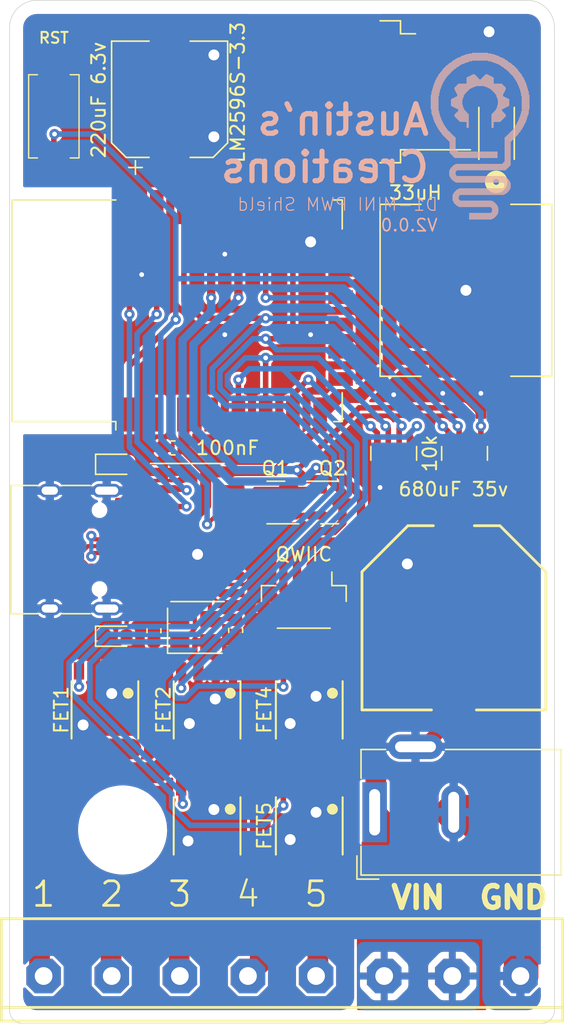
<source format=kicad_pcb>
(kicad_pcb (version 20211014) (generator pcbnew)
  (layers (0 "F.Cu" signal) (31 "B.Cu" signal) (34 "B.Paste" user) (35 "F.Paste" user) (36 "B.SilkS" user "B.Silkscreen") (37 "F.SilkS" user "F.Silkscreen") (38 "B.Mask" user) (39 "F.Mask" user) (44 "Edge.Cuts" user))
  (net 0 "")
  (net 1 "GND")
  (net 2 "SCL")
  (net 3 "SDA")
  (net 4 "VCC")
  (net 5 "1")
  (net 6 "FET1")
  (net 7 "FET2")
  (net 8 "FET3")
  (net 9 "FET4")
  (net 10 "FET5")
  (net 11 "2")
  (net 12 "3")
  (net 13 "4")
  (net 14 "5")
  (net 15 "VDD")
  (net 16 "Net-(D3-Pad1)")
  (net 17 "Net-(B1-Pad2)")
  (net 18 "Net-(C2-Pad1)")
  (net 19 "Net-(C3-Pad1)")
  (net 20 "Net-(J1-PadA6)")
  (net 23 "Net-(J1-PadA7)")
  (net 26 "Net-(Q1-Pad1)")
  (net 27 "Net-(Q1-Pad2)")
  (net 28 "Net-(RN1-Pad3)")
  (net 29 "Net-(U2-Pad2)")
  (net 30 "Net-(U2-Pad3)")
  (net 44 "Net-(J1-PadA4)")
  (footprint "Diode_SMD:D_0603_1608Metric" (layer "F.Cu") (at 35.8 76.6)
    (fp_text reference "D2" hide)
    (fp_text value "PGB1010603NR" hide)
  )
  (footprint "Package_TO_SOT_SMD:SOT-23" (layer "F.Cu") (at 47.55 66.8 180)
    (fp_text reference "Q1")
    (fp_text value "MMBT3904" hide)
  )
  (footprint "Austins creations:button" (layer "F.Cu") (at 31.25 38.5 -90)
    (fp_text reference "B1" hide)
    (fp_text value "button" hide)
  )
  (footprint "Package_TO_SOT_SMD:SOT-23" (layer "F.Cu") (at 51.5 66.8)
    (fp_text reference "Q2")
    (fp_text value "MMBT3904" hide)
  )
  (footprint "Austins creations:FET SM4838" (layer "F.Cu") (at 50 82 180)
    (fp_text reference "FET4")
    (fp_text value "FET_SM4838" hide)
  )
  (footprint "Package_TO_SOT_SMD:TO-263-5_TabPin3" (layer "F.Cu") (at 53.75 36.7 180)
    (fp_text reference "U1" hide)
    (fp_text value "LM2596S-3.3")
  )
  (footprint "Austins creations:8pinblock" (layer "F.Cu") (at 48 101.3)
    (fp_text reference "ST1" hide)
    (fp_text value "8pinblock" hide)
  )
  (footprint "Austins creations:FET SM4838" (layer "F.Cu") (at 42.499991 90.499997 180)
    (fp_text reference "FET3" hide)
    (fp_text value "FET_SM4838" hide)
  )
  (footprint "MountingHole:MountingHole_3.2mm_M3" (layer "F.Cu") (at 36.300004 90.799996)
    (fp_text reference "H1" hide)
    (fp_text value "MountingHole" hide)
  )
  (footprint "RF_Module:ESP-12E" (layer "F.Cu") (at 40.3 52.75 90)
    (fp_text reference "U3" hide)
    (fp_text value "ESP-12F" hide)
  )
  (footprint "Package_SO:SOIC-16_3.9x9.9mm_P1.27mm" (layer "F.Cu") (at 41.8 69)
    (fp_text reference "U2" hide)
    (fp_text value "CH340G" hide)
  )
  (footprint "Austins creations:qwiic vertical" (layer "F.Cu") (at 49.6 74.3 180)
    (fp_text reference "Qw1" hide)
    (fp_text value "qwiic_vertical" hide)
  )
  (footprint "Austins creations:FET SM4838" (layer "F.Cu") (at 35 82 180)
    (fp_text reference "FET1")
    (fp_text value "FET_SM4838" hide)
  )
  (footprint "Diode_SMD:D_0603_1608Metric" (layer "F.Cu") (at 35.8 64)
    (fp_text reference "D1" hide)
    (fp_text value "PGB1010603NR" hide)
  )
  (footprint "Resistor_SMD:R_Array_Convex_4x0603" (layer "F.Cu") (at 61.400004 63.200001 -90)
    (fp_text reference "RN1" hide)
    (fp_text value "10k" hide)
  )
  (footprint "Capacitor_SMD:C_0603_1608Metric" (layer "F.Cu") (at 39.999996 62.800001 180)
    (fp_text reference "C1" hide)
    (fp_text value "100nF")
  )
  (footprint "Resistor_SMD:R_Array_Convex_4x0603" (layer "F.Cu") (at 56.199989 63.200001 -90)
    (fp_text reference "RN2" hide)
    (fp_text value "10k")
  )
  (footprint "Connector_USB:USB_C_Receptacle_HRO_TYPE-C-31-M-12" (layer "F.Cu") (at 32 70.25 -90)
    (fp_text reference "J1" hide)
    (fp_text value "USB_C_Receptacle_USB2.0" hide)
  )
  (footprint "Austins creations:FET SM4838" (layer "F.Cu") (at 42.5 82 180)
    (fp_text reference "FET2")
    (fp_text value "FET_SM4838" hide)
  )
  (footprint "Capacitor_SMD:CP_Elec_8x6.2" (layer "F.Cu") (at 39.75 37.25 90)
    (fp_text reference "C6" hide)
    (fp_text value "220uF 6.3v")
  )
  (footprint "Capacitor_SMD:C_0603_1608Metric" (layer "F.Cu") (at 38.6 76.2 90)
    (fp_text reference "C3" hide)
    (fp_text value "20pF" hide)
  )
  (footprint "Austins creations:12x12x8 inductor" (layer "F.Cu") (at 61.500004 51.250012 -90)
    (fp_text reference "L1" hide)
    (fp_text value "33uH")
  )
  (footprint "Capacitor_SMD:C_0603_1608Metric" (layer "F.Cu") (at 44.6 76.175 -90)
    (fp_text reference "C2" hide)
    (fp_text value "20pF" hide)
  )
  (footprint "Austins creations:Barrel Jack" (layer "F.Cu") (at 60.400006 89.499999 90)
    (fp_text reference "BJ1" hide)
    (fp_text value "Barrel_Jack" hide)
  )
  (footprint "Crystal:Crystal_SMD_3225-4Pin_3.2x2.5mm" (layer "F.Cu") (at 41.6 76.2)
    (fp_text reference "Y1" hide)
    (fp_text value "Crystal_GND23" hide)
  )
  (footprint "Austins creations:PMEG3050EP" (layer "F.Cu") (at 63.75 39.75 90)
    (fp_text reference "D3" hide)
    (fp_text value "PMEG4050EP" hide)
  )
  (footprint "Austins creations:FET SM4838" (layer "F.Cu") (at 50 90.5 180)
    (fp_text reference "FET5")
    (fp_text value "FET_SM4838" hide)
  )
  (footprint "Austins creations:large capacitor 12.5d 13.5h" (layer "F.Cu") (at 60.619996 75.25 -90)
    (fp_text reference "C5" hide)
    (fp_text value "680uF 35v")
  )
  (footprint "logos:Creations logo med" (layer "B.Cu") (at 62.5 37.5 180)
    (fp_text reference "LOGO1" hide)
    (fp_text value "Creations_logo_med" hide)
  )
  (gr_arc (start 66 30) (mid 67.414214 30.585786) (end 68 32) (layer "Edge.Cuts") (width 0.05))
  (gr_line (start 68 32) (end 68 104) (layer "Edge.Cuts") (width 0.05))
  (gr_line (start 29 105) (end 67 105) (layer "Edge.Cuts") (width 0.05))
  (gr_line (start 28 104) (end 28 32) (layer "Edge.Cuts") (width 0.05))
  (gr_arc (start 68 104) (mid 67.707107 104.707107) (end 67 105) (layer "Edge.Cuts") (width 0.05))
  (gr_line (start 30 30) (end 66 30) (layer "Edge.Cuts") (width 0.05))
  (gr_arc (start 28 32) (mid 28.585786 30.585786) (end 30 30) (layer "Edge.Cuts") (width 0.05))
  (gr_arc (start 29 105) (mid 28.292893 104.707107) (end 28 104) (layer "Edge.Cuts") (width 0.05))
  (gr_text "D1-MINI PWM Shield" (at 59.5 45.5) (layer "B.SilkS") (effects (font (size 0.93472 0.93472) (thickness 0.08128)) (justify left bottom mirror)))
  (gr_text "V2.0.0" (at 59.5 47) (layer "B.SilkS") (effects (font (size 0.89408 0.89408) (thickness 0.12192)) (justify left bottom mirror)))
  (gr_text "Austin's\nCreations" (at 59 43.5) (layer "B.SilkS") (effects (font (size 2.159 2.159) (thickness 0.381)) (justify left bottom mirror)))
  (gr_text "4" (at 45.5 95.5) (layer "F.SilkS") (effects (font (size 1.84 1.84) (thickness 0.16))))
  (gr_text "2" (at 35.5 95.5) (layer "F.SilkS") (effects (font (size 1.8 1.8) (thickness 0.2))))
  (gr_text "GND" (at 65 95.75) (layer "F.SilkS") (effects (font (size 1.6 1.6) (thickness 0.4))))
  (gr_text "5" (at 50.5 95.5) (layer "F.SilkS") (effects (font (size 1.8 1.8) (thickness 0.2))))
  (gr_text "VIN" (at 58 95.75) (layer "F.SilkS") (effects (font (size 1.6 1.6) (thickness 0.4))))
  (gr_text "1" (at 30.5 95.5) (layer "F.SilkS") (effects (font (size 1.8 1.8) (thickness 0.2))))
  (gr_text "RST" (at 31.25 32.75) (layer "F.SilkS") (effects (font (size 0.8 0.8))))
  (gr_text "QWIIC" (at 49.6 70.6) (layer "F.SilkS") (effects (font (size 1 1))))
  (gr_text "3" (at 40.5 95.5) (layer "F.SilkS") (effects (font (size 1.8 1.8) (thickness 0.2))))
  (segment (start 46.18 40.07) (end 49.55 36.7) (width 1.2192) (layer "F.Cu") (net 1))
  (segment (start 65.55 101.5) (end 65.55 93.55) (width 2.54) (layer "F.Cu") (net 1))
  (segment (start 43.07 40.07) (end 46.18 40.07) (width 1.2192) (layer "F.Cu") (net 1))
  (segment (start 60.619996 82.480004) (end 60.619996 80.8) (width 1.016) (layer "F.Cu") (net 1))
  (segment (start 61.5 89.5) (end 60.55 89.5) (width 2.54) (layer "F.Cu") (net 1))
  (segment (start 65.55 93.55) (end 61.5 89.5) (width 2.54) (layer "F.Cu") (net 1))
  (segment (start 57.75 84.75) (end 58.35 84.75) (width 1.016) (layer "F.Cu") (net 1))
  (segment (start 58.35 84.75) (end 60.619996 82.480004) (width 1.016) (layer "F.Cu") (net 1))
  (segment (start 46.85 34) (end 43 34) (width 1.2192) (layer "F.Cu") (net 1))
  (segment (start 57.8 84.8) (end 57.75 84.75) (width 1.016) (layer "F.Cu") (net 1))
  (segment (start 49.55 36.7) (end 46.85 34) (width 1.2192) (layer "F.Cu") (net 1))
  (segment (start 43 40) (end 43.07 40.07) (width 1.2192) (layer "F.Cu") (net 1))
  (via (at 35.5 80.8) (size 1.2064) (drill 0.8) (layers "F.Cu" "B.Cu") (net 1))
  (via (at 37.7 50.1) (size 0.7564) (drill 0.35) (layers "F.Cu" "B.Cu") (net 1))
  (via (at 43.8 48.6) (size 0.7564) (drill 0.35) (layers "F.Cu" "B.Cu") (net 1))
  (via (at 50.5 81) (size 1.2064) (drill 0.8) (layers "F.Cu" "B.Cu") (net 1))
  (via (at 41.2 83) (size 1.2064) (drill 0.8) (layers "F.Cu" "B.Cu") (net 1))
  (via (at 59.8 58.8) (size 0.7564) (drill 0.35) (layers "F.Cu" "B.Cu") (net 1))
  (via (at 41.8 70.6) (size 1.2064) (drill 0.8) (layers "F.Cu" "B.Cu") (net 1))
  (via (at 50.1 54.5) (size 0.7564) (drill 0.35) (layers "F.Cu" "B.Cu") (net 1))
  (via (at 41.1 91.6) (size 1.2064) (drill 0.8) (layers "F.Cu" "B.Cu") (net 1))
  (via (at 50.1 47.7) (size 1.2064) (drill 0.8) (layers "F.Cu" "B.Cu") (net 1))
  (via (at 57.2 71.3) (size 1.2064) (drill 0.8) (layers "F.Cu" "B.Cu") (net 1))
  (via (at 50.5 89.5) (size 1.2064) (drill 0.8) (layers "F.Cu" "B.Cu") (net 1))
  (via (at 43 34) (size 1.2064) (drill 0.8) (layers "F.Cu" "B.Cu") (net 1))
  (via (at 48.6 91.5) (size 1.2064) (drill 0.8) (layers "F.Cu" "B.Cu") (net 1))
  (via (at 55.2 65.7) (size 0.7564) (drill 0.35) (layers "F.Cu" "B.Cu") (net 1))
  (via (at 43.8 54.5) (size 0.7564) (drill 0.35) (layers "F.Cu" "B.Cu") (net 1))
  (via (at 61.5 51.25) (size 1.2064) (drill 0.8) (layers "F.Cu" "B.Cu") (net 1))
  (via (at 43 40) (size 1.2064) (drill 0.8) (layers "F.Cu" "B.Cu") (net 1))
  (via (at 43.1 81.2) (size 1.2064) (drill 0.8) (layers "F.Cu" "B.Cu") (net 1))
  (via (at 33.4 83.1) (size 1.2064) (drill 0.8) (layers "F.Cu" "B.Cu") (net 1))
  (via (at 63.2 32.3) (size 1.2064) (drill 0.8) (layers "F.Cu" "B.Cu") (net 1))
  (via (at 43 89.3) (size 1.2064) (drill 0.8) (layers "F.Cu" "B.Cu") (net 1))
  (via (at 62.6 58.8) (size 0.7564) (drill 0.35) (layers "F.Cu" "B.Cu") (net 1))
  (via (at 56.2 58.9) (size 0.7564) (drill 0.35) (layers "F.Cu" "B.Cu") (net 1))
  (via (at 48.6 83) (size 1.2064) (drill 0.8) (layers "F.Cu" "B.Cu") (net 1))
  (segment (start 49.76666 65.09328) (end 51.49328 65.09328) (width 0.6096) (layer "F.Cu") (net 2))
  (segment (start 52.4375 66.0375) (end 52.4375 66.8) (width 0.6096) (layer "F.Cu") (net 2))
  (segment (start 49.1 64.42662) (end 49.76666 65.09328) (width 0.6096) (layer "F.Cu") (net 2))
  (segment (start 51.8 68.9) (end 52.4375 68.2625) (width 0.6096) (layer "F.Cu") (net 2))
  (segment (start 50.4 68.9) (end 51.8 68.9) (width 0.6096) (layer "F.Cu") (net 2))
  (segment (start 49.1 64.42662) (end 53.6635 59.86312) (width 0.4064) (layer "F.Cu") (net 2))
  (segment (start 61.8 60.4) (end 61.8 62.3) (width 0.4064) (layer "F.Cu") (net 2))
  (segment (start 44.8 51.8) (end 44.8 45.15) (width 0.6096) (layer "F.Cu") (net 2))
  (segment (start 51.49328 65.09328) (end 52.4375 66.0375) (width 0.6096) (layer "F.Cu") (net 2))
  (segment (start 53.6635 59.86312) (end 61.26312 59.86312) (width 0.4064) (layer "F.Cu") (net 2))
  (segment (start 52.4375 68.2625) (end 52.4375 66.8) (width 0.6096) (layer "F.Cu") (net 2))
  (segment (start 48.1 71.2) (end 50.4 68.9) (width 0.6096) (layer "F.Cu") (net 2))
  (segment (start 48.1 72.675) (end 48.1 71.2) (width 0.6096) (layer "F.Cu") (net 2))
  (segment (start 61.26312 59.86312) (end 61.8 60.4) (width 0.4064) (layer "F.Cu") (net 2))
  (via (at 49.1 64.42662) (size 0.7564) (drill 0.35) (layers "F.Cu" "B.Cu") (net 2))
  (via (at 44.8 51.8) (size 0.7564) (drill 0.35) (layers "F.Cu" "B.Cu") (net 2))
  (segment (start 44.8 51.9) (end 41.5 55.2) (width 0.6096) (layer "B.Cu") (net 2))
  (segment (start 41.5 61.3) (end 44.62662 64.42662) (width 0.6096) (layer "B.Cu") (net 2))
  (segment (start 44.62662 64.42662) (end 49.1 64.42662) (width 0.6096) (layer "B.Cu") (net 2))
  (segment (start 41.5 55.2) (end 41.5 61.3) (width 0.6096) (layer "B.Cu") (net 2))
  (segment (start 44.8 51.8) (end 44.8 51.9) (width 0.6096) (layer "B.Cu") (net 2))
  (segment (start 53.8 66.323048) (end 53.8 68.1) (width 0.6096) (layer "F.Cu") (net 3))
  (segment (start 51.808713 64.331761) (end 53.8 66.323048) (width 0.6096) (layer "F.Cu") (net 3))
  (segment (start 53.8 68.1) (end 52.23848 69.66152) (width 0.6096) (layer "F.Cu") (net 3))
  (segment (start 49.1 71.3) (end 49.1 72.675) (width 0.6096) (layer "F.Cu") (net 3))
  (segment (start 50.73848 69.66152) (end 49.1 71.3) (width 0.6096) (layer "F.Cu") (net 3))
  (segment (start 50.5 64.25838) (end 50.57338 64.33176) (width 0.6096) (layer "F.Cu") (net 3))
  (segment (start 52.23848 69.66152) (end 50.73848 69.66152) (width 0.6096) (layer "F.Cu") (net 3))
  (segment (start 50.57338 64.33176) (end 51.808713 64.331761) (width 0.6096) (layer "F.Cu") (net 3))
  (segment (start 42.8 51.8) (end 42.8 45.15) (width 0.6096) (layer "F.Cu") (net 3))
  (via (at 50.5 64.25838) (size 0.7564) (drill 0.35) (layers "F.Cu" "B.Cu") (net 3))
  (via (at 42.8 51.8) (size 0.7564) (drill 0.35) (layers "F.Cu" "B.Cu") (net 3))
  (segment (start 44.26152 65.26152) (end 49.49686 65.26152) (width 0.6096) (layer "B.Cu") (net 3))
  (segment (start 40.7 61.7) (end 44.26152 65.26152) (width 0.6096) (layer "B.Cu") (net 3))
  (segment (start 49.49686 65.26152) (end 50.5 64.25838) (width 0.6096) (layer "B.Cu") (net 3))
  (segment (start 42.8 52.8) (end 40.7 54.9) (width 0.6096) (layer "B.Cu") (net 3))
  (segment (start 40.7 54.9) (end 40.7 61.7) (width 0.6096) (layer "B.Cu") (net 3))
  (segment (start 42.8 51.8) (end 42.8 52.8) (width 0.6096) (layer "B.Cu") (net 3))
  (segment (start 61.7 65) (end 62.6 65) (width 0.6096) (layer "F.Cu") (net 4))
  (segment (start 50.1 71.4) (end 50.1 72.675) (width 0.6096) (layer "F.Cu") (net 4))
  (segment (start 40.8 62.775) (end 40.775 62.8) (width 0.8128) (layer "F.Cu") (net 4))
  (segment (start 50.8 60.35) (end 50.8 61.2) (width 0.6096) (layer "F.Cu") (net 4))
  (segment (start 55.9 37.9) (end 55.9 42.6) (width 1.016) (layer "F.Cu") (net 4))
  (segment (start 51.07696 70.42304) (end 50.1 71.4) (width 0.6096) (layer "F.Cu") (net 4))
  (segment (start 42.4 67) (end 41.035 68.365) (width 0.8128) (layer "F.Cu") (net 4))
  (segment (start 41.035 68.365) (end 39.325 68.365) (width 0.8128) (layer "F.Cu") (net 4))
  (segment (start 52.15 59) (end 50.8 60.35) (width 1.016) (layer "F.Cu") (net 4))
  (segment (start 60.1 66) (end 56.95 66) (width 0.6096) (layer "F.Cu") (net 4))
  (segment (start 41.8 63.825) (end 42.4 64.425) (width 0.8128) (layer "F.Cu") (net 4))
  (segment (start 61 65.1) (end 61 64.1) (width 0.4064) (layer "F.Cu") (net 4))
  (segment (start 61.7 65) (end 61.8 64.9) (width 0.4064) (layer "F.Cu") (net 4))
  (segment (start 47.445 64.555) (end 44.275 64.555) (width 0.6096) (layer "F.Cu") (net 4))
  (segment (start 62.6 65) (end 62.6 64.1) (width 0.4064) (layer "F.Cu") (net 4))
  (segment (start 52.553912 70.42304) (end 51.07696 70.42304) (width 0.6096) (layer "F.Cu") (net 4))
  (segment (start 42.4 64.425) (end 42.4 67) (width 0.8128) (layer "F.Cu") (net 4))
  (segment (start 42.05 42.6) (end 55.9 42.6) (width 0.6096) (layer "F.Cu") (net 4))
  (segment (start 39.75 40.3) (end 42.05 42.6) (width 0.6096) (layer "F.Cu") (net 4))
  (segment (start 55.9 56.8) (end 53.7 59) (width 1.016) (layer "F.Cu") (net 4))
  (segment (start 62.6 65) (end 63 65) (width 0.6096) (layer "F.Cu") (net 4))
  (segment (start 56.95 66) (end 54.56152 68.38848) (width 0.6096) (layer "F.Cu") (net 4))
  (segment (start 54.56152 68.38848) (end 54.56152 68.415432) (width 0.6096) (layer "F.Cu") (net 4))
  (segment (start 63 65) (end 63.5 64.5) (width 0.6096) (layer "F.Cu") (net 4))
  (segment (start 63.5 64.5) (end 63.5 57.1) (width 0.6096) (layer "F.Cu") (net 4))
  (segment (start 50.8 61.2) (end 47.445 64.555) (width 0.6096) (layer "F.Cu") (net 4))
  (segment (start 56.5 56.2) (end 61.5 56.2) (width 1.016) (layer "F.Cu") (net 4))
  (segment (start 61.1 65) (end 61.7 65) (width 0.6096) (layer "F.Cu") (net 4))
  (segment (start 44.275 64.555) (end 42.53 64.555) (width 0.8128) (layer "F.Cu") (net 4))
  (segment (start 60.325 35) (end 58.8 35) (width 1.016) (layer "F.Cu") (net 4))
  (segment (start 60.1 66) (end 61 65.1) (width 0.4064) (layer "F.Cu") (net 4))
  (segment (start 55.9 56.8) (end 56.5 56.2) (width 1.016) (layer "F.Cu") (net 4))
  (segment (start 55.9 42.6) (end 55.9 56.8) (width 1.016) (layer "F.Cu") (net 4))
  (segment (start 58.8 35) (end 55.9 37.9) (width 1.016) (layer "F.Cu") (net 4))
  (segment (start 54.56152 68.415432) (end 52.553912 70.42304) (width 0.6096) (layer "F.Cu") (net 4))
  (segment (start 42.53 64.555) (end 41.8 63.825) (width 0.8128) (layer "F.Cu") (net 4))
  (segment (start 40.8 60.35) (end 40.8 62.775) (width 0.8128) (layer "F.Cu") (net 4))
  (segment (start 63.5 57.1) (end 62.6 56.2) (width 0.6096) (layer "F.Cu") (net 4))
  (segment (start 40.775 62.8) (end 41.8 63.825) (width 0.8128) (layer "F.Cu") (net 4))
  (segment (start 53.7 59) (end 52.15 59) (width 1.016) (layer "F.Cu") (net 4))
  (segment (start 61.8 64.9) (end 61.8 64.1) (width 0.4064) (layer "F.Cu") (net 4))
  (segment (start 60.1 66) (end 61.1 65) (width 0.6096) (layer "F.Cu") (net 4))
  (segment (start 33.095 84.86) (end 34.365 84.86) (width 1.524) (layer "F.Cu") (net 5))
  (segment (start 36.905 84.86) (end 35.635 84.86) (width 1.524) (layer "F.Cu") (net 5))
  (segment (start 30.2 87.755) (end 33.095 84.86) (width 1.524) (layer "F.Cu") (net 5))
  (segment (start 30.45 101.5) (end 30.2 101.25) (width 1.524) (layer "F.Cu") (net 5))
  (segment (start 35.635 84.86) (end 34.365 84.86) (width 1.524) (layer "F.Cu") (net 5))
  (segment (start 30.2 101.25) (end 30.2 87.755) (width 1.524) (layer "F.Cu") (net 5))
  (segment (start 46.8 54.8) (end 47.8 54.8) (width 0.4064) (layer "F.Cu") (net 6))
  (segment (start 33.1 79.145) (end 33.095 79.14) (width 0.4064) (layer "F.Cu") (net 6))
  (segment (start 47.8 54.8) (end 48.8 53.8) (width 0.4064) (layer "F.Cu") (net 6))
  (segment (start 56.6 61.362957) (end 56.6 62.3) (width 0.4064) (layer "F.Cu") (net 6))
  (segment (start 33.1 80.3) (end 33.1 79.145) (width 0.4064) (layer "F.Cu") (net 6))
  (segment (start 56.779788 61.183169) (end 56.6 61.362957) (width 0.4064) (layer "F.Cu") (net 6))
  (segment (start 48.8 53.8) (end 48.8 45.15) (width 0.4064) (layer "F.Cu") (net 6))
  (via (at 33.1 80.3) (size 0.7564) (drill 0.35) (layers "F.Cu" "B.Cu") (net 6))
  (via (at 46.8 54.8) (size 0.7564) (drill 0.35) (layers "F.Cu" "B.Cu") (net 6))
  (via (at 56.779788 61.183169) (size 0.7564) (drill 0.35) (layers "F.Cu" "B.Cu") (net 6))
  (segment (start 35.24168 76.45832) (end 33.1 78.6) (width 0.4064) (layer "B.Cu") (net 6))
  (segment (start 46.8 54.8) (end 47.6 55.6) (width 0.4064) (layer "B.Cu") (net 6))
  (segment (start 43.44168 57.20832) (end 43.44168 58.44168) (width 0.4064) (layer "B.Cu") (net 6))
  (segment (start 33.1 78.6) (end 33.1 80.3) (width 0.4064) (layer "B.Cu") (net 6))
  (segment (start 43.44168 58.44168) (end 44.15832 59.15832) (width 0.4064) (layer "B.Cu") (net 6))
  (segment (start 41.852096 76.45832) (end 35.24168 76.45832) (width 0.4064) (layer "B.Cu") (net 6))
  (segment (start 51.3 55.6) (end 56.779788 61.079788) (width 0.4064) (layer "B.Cu") (net 6))
  (segment (start 52.38336 63.072944) (end 52.38336 65.927056) (width 0.4064) (layer "B.Cu") (net 6))
  (segment (start 52.38336 65.927056) (end 41.852096 76.45832) (width 0.4064) (layer "B.Cu") (net 6))
  (segment (start 47.6 55.6) (end 51.3 55.6) (width 0.4064) (layer "B.Cu") (net 6))
  (segment (start 56.779788 61.079788) (end 56.779788 61.183169) (width 0.4064) (layer "B.Cu") (net 6))
  (segment (start 44.15832 59.15832) (end 48.468736 59.15832) (width 0.4064) (layer "B.Cu") (net 6))
  (segment (start 46.8 54.8) (end 45.85 54.8) (width 0.4064) (layer "B.Cu") (net 6))
  (segment (start 48.468736 59.15832) (end 52.38336 63.072944) (width 0.4064) (layer "B.Cu") (net 6))
  (segment (start 45.85 54.8) (end 43.44168 57.20832) (width 0.4064) (layer "B.Cu") (net 6))
  (segment (start 40.6 80.4) (end 40.6 79.145) (width 0.4064) (layer "F.Cu") (net 7))
  (segment (start 49.931478 57.768522) (end 48.8 58.9) (width 0.4064) (layer "F.Cu") (net 7))
  (segment (start 57.4 61.7) (end 57.4 62.3) (width 0.4064) (layer "F.Cu") (net 7))
  (segment (start 57.9 61.2) (end 57.4 61.7) (width 0.4064) (layer "F.Cu") (net 7))
  (segment (start 40.6 79.145) (end 40.595 79.14) (width 0.4064) (layer "F.Cu") (net 7))
  (segment (start 48.8 58.9) (end 48.8 60.35) (width 0.4064) (layer "F.Cu") (net 7))
  (via (at 49.931478 57.8) (size 0.7564) (drill 0.35) (layers "F.Cu" "B.Cu") (net 7))
  (via (at 57.9 61.2) (size 0.7564) (drill 0.35) (layers "F.Cu" "B.Cu") (net 7))
  (via (at 40.6 80.4) (size 0.7564) (drill 0.35) (layers "F.Cu" "B.Cu") (net 7))
  (segment (start 57.9 61.2) (end 57.1 62) (width 0.4064) (layer "B.Cu") (net 7))
  (segment (start 57.1 62) (end 54.108369 62) (width 0.4064) (layer "B.Cu") (net 7))
  (segment (start 49.968522 57.768522) (end 49.931478 57.768522) (width 0.4064) (layer "B.Cu") (net 7))
  (segment (start 40.6 80.4) (end 40.6 80.089584) (width 0.4064) (layer "B.Cu") (net 7))
  (segment (start 54.1 66.589584) (end 54.1 61.9) (width 0.4064) (layer "B.Cu") (net 7))
  (segment (start 54.1 61.9) (end 49.968522 57.768522) (width 0.4064) (layer "B.Cu") (net 7))
  (segment (start 40.6 80.089584) (end 54.1 66.589584) (width 0.4064) (layer "B.Cu") (net 7))
  (segment (start 55.572217 61.109261) (end 55.8 61.337044) (width 0.4064) (layer "F.Cu") (net 8))
  (segment (start 46.8 56.2) (end 46.8 60.35) (width 0.4064) (layer "F.Cu") (net 8))
  (segment (start 40.594991 88.757947) (end 40.594991 87.639997) (width 0.4064) (layer "F.Cu") (net 8))
  (segment (start 55.8 61.337044) (end 55.8 62.3) (width 0.4064) (layer "F.Cu") (net 8))
  (segment (start 40.718522 88.881478) (end 40.594991 88.757947) (width 0.4064) (layer "F.Cu") (net 8))
  (via (at 46.8 56.2) (size 0.7564) (drill 0.35) (layers "F.Cu" "B.Cu") (net 8))
  (via (at 40.718522 88.881478) (size 0.7564) (drill 0.35) (layers "F.Cu" "B.Cu") (net 8))
  (via (at 55.6 61.2) (size 0.7564) (drill 0.35) (layers "F.Cu" "B.Cu") (net 8))
  (segment (start 44 57.5) (end 44 58.2) (width 0.4064) (layer "B.Cu") (net 8))
  (segment (start 33.9 78.589584) (end 33.9 81.347475) (width 0.4064) (layer "B.Cu") (net 8))
  (segment (start 46.8 56.2) (end 50.67 56.2) (width 0.4064) (layer "B.Cu") (net 8))
  (segment (start 52.94168 62.84168) (end 52.94168 66.15832) (width 0.4064) (layer "B.Cu") (net 8))
  (segment (start 50.67 56.2) (end 55.6 61.13) (width 0.4064) (layer "B.Cu") (net 8))
  (segment (start 55.6 61.13) (end 55.6 61.2) (width 0.4064) (layer "B.Cu") (net 8))
  (segment (start 33.9 81.347475) (end 40.718522 88.165997) (width 0.4064) (layer "B.Cu") (net 8))
  (segment (start 46.8 56.2) (end 45.3 56.2) (width 0.4064) (layer "B.Cu") (net 8))
  (segment (start 48.7 58.6) (end 52.94168 62.84168) (width 0.4064) (layer "B.Cu") (net 8))
  (segment (start 44.4 58.6) (end 48.7 58.6) (width 0.4064) (layer "B.Cu") (net 8))
  (segment (start 42.08336 77.01664) (end 35.472944 77.01664) (width 0.4064) (layer "B.Cu") (net 8))
  (segment (start 35.472944 77.01664) (end 33.9 78.589584) (width 0.4064) (layer "B.Cu") (net 8))
  (segment (start 52.94168 66.15832) (end 42.08336 77.01664) (width 0.4064) (layer "B.Cu") (net 8))
  (segment (start 44 58.2) (end 44.4 58.6) (width 0.4064) (layer "B.Cu") (net 8))
  (segment (start 45.3 56.2) (end 44 57.5) (width 0.4064) (layer "B.Cu") (net 8))
  (segment (start 40.718522 88.165997) (end 40.718522 88.881478) (width 0.4064) (layer "B.Cu") (net 8))
  (segment (start 55 61.7) (end 55 62.3) (width 0.4064) (layer "F.Cu") (net 9))
  (segment (start 48.1 79.145) (end 48.095 79.14) (width 0.4064) (layer "F.Cu") (net 9))
  (segment (start 54.5 61.2) (end 55 61.7) (width 0.4064) (layer "F.Cu") (net 9))
  (segment (start 48.1 80.3) (end 48.1 79.145) (width 0.4064) (layer "F.Cu") (net 9))
  (segment (start 44.8 57.8) (end 44.8 60.35) (width 0.4064) (layer "F.Cu") (net 9))
  (via (at 44.8 57.8) (size 0.7564) (drill 0.35) (layers "F.Cu" "B.Cu") (net 9))
  (via (at 48.1 80.3) (size 0.7564) (drill 0.35) (layers "F.Cu" "B.Cu") (net 9))
  (via (at 54.5 61.2) (size 0.7564) (drill 0.35) (layers "F.Cu" "B.Cu") (net 9))
  (segment (start 48.1 80.3) (end 48.041689 80.241689) (width 0.4064) (layer "B.Cu") (net 9))
  (segment (start 40.296252 81.133311) (end 39.866689 80.703748) (width 0.4064) (layer "B.Cu") (net 9))
  (segment (start 54.4 61.2) (end 50.2 57) (width 0.4064) (layer "B.Cu") (net 9))
  (segment (start 39.866689 80.703748) (end 39.866689 80.033311) (width 0.4064) (layer "B.Cu") (net 9))
  (segment (start 44.8 57.8) (end 45.6 57) (width 0.4064) (layer "B.Cu") (net 9))
  (segment (start 53.5 62.45) (end 48.05 57) (width 0.4064) (layer "B.Cu") (net 9))
  (segment (start 54.5 61.2) (end 54.4 61.2) (width 0.4064) (layer "B.Cu") (net 9))
  (segment (start 39.866689 80.033311) (end 53.5 66.4) (width 0.4064) (layer "B.Cu") (net 9))
  (segment (start 53.5 66.4) (end 53.5 62.45) (width 0.4064) (layer "B.Cu") (net 9))
  (segment (start 48.041689 80.241689) (end 41.79537 80.241689) (width 0.4064) (layer "B.Cu") (net 9))
  (segment (start 40.903748 81.133311) (end 40.296252 81.133311) (width 0.4064) (layer "B.Cu") (net 9))
  (segment (start 50.2 57) (end 48.05 57) (width 0.4064) (layer "B.Cu") (net 9))
  (segment (start 41.79537 80.241689) (end 40.903748 81.133311) (width 0.4064) (layer "B.Cu") (net 9))
  (segment (start 45.6 57) (end 48.05 57) (width 0.4064) (layer "B.Cu") (net 9))
  (segment (start 48.095 88.995) (end 48.095 87.64) (width 0.4064) (layer "F.Cu") (net 10))
  (segment (start 42.062941 53.3) (end 40.8 52.037059) (width 0.4064) (layer "F.Cu") (net 10))
  (segment (start 40.8 52.037059) (end 40.8 45.15) (width 0.4064) (layer "F.Cu") (net 10))
  (segment (start 48.1 89) (end 48.095 88.995) (width 0.4064) (layer "F.Cu") (net 10))
  (segment (start 59.8 61.2) (end 60.2 61.6) (width 0.4064) (layer "F.Cu") (net 10))
  (segment (start 60.2 61.6) (end 60.2 62.3) (width 0.4064) (layer "F.Cu") (net 10))
  (segment (start 46.8 53.3) (end 42.062941 53.3) (width 0.4064) (layer "F.Cu") (net 10))
  (via (at 59.8 61.2) (size 0.7564) (drill 0.35) (layers "F.Cu" "B.Cu") (net 10))
  (via (at 46.8 53.3) (size 0.7564) (drill 0.35) (layers "F.Cu" "B.Cu") (net 10))
  (via (at 48.1 89) (size 0.7564) (drill 0.35) (layers "F.Cu" "B.Cu") (net 10))
  (segment (start 51.82504 65.695792) (end 41.620832 75.9) (width 0.4064) (layer "B.Cu") (net 10))
  (segment (start 59.8 61.1) (end 59.8 61.2) (width 0.4064) (layer "B.Cu") (net 10))
  (segment (start 39.9 88.137059) (end 39.9 89.1) (width 0.4064) (layer "B.Cu") (net 10))
  (segment (start 46.8 53.3) (end 52 53.3) (width 0.4064) (layer "B.Cu") (net 10))
  (segment (start 46.641689 90.458311) (end 48.1 89) (width 0.4064) (layer "B.Cu") (net 10))
  (segment (start 42.88336 56.977057) (end 42.88336 58.672943) (width 0.4064) (layer "B.Cu") (net 10))
  (segment (start 48.237472 59.71664) (end 51.82504 63.304208) (width 0.4064) (layer "B.Cu") (net 10))
  (segment (start 39.9 89.1) (end 41.258311 90.458311) (width 0.4064) (layer "B.Cu") (net 10))
  (segment (start 42.88336 58.672943) (end 43.927057 59.71664) (width 0.4064) (layer "B.Cu") (net 10))
  (segment (start 52 53.3) (end 59.8 61.1) (width 0.4064) (layer "B.Cu") (net 10))
  (segment (start 43.927057 59.71664) (end 48.237472 59.71664) (width 0.4064) (layer "B.Cu") (net 10))
  (segment (start 41.620832 75.9) (end 35.010416 75.9) (width 0.4064) (layer "B.Cu") (net 10))
  (segment (start 41.258311 90.458311) (end 46.641689 90.458311) (width 0.4064) (layer "B.Cu") (net 10))
  (segment (start 46.560416 53.3) (end 42.88336 56.977057) (width 0.4064) (layer "B.Cu") (net 10))
  (segment (start 32.366689 78.543727) (end 32.366689 80.603748) (width 0.4064) (layer "B.Cu") (net 10))
  (segment (start 32.366689 80.603748) (end 39.9 88.137059) (width 0.4064) (layer "B.Cu") (net 10))
  (segment (start 46.8 53.3) (end 46.560416 53.3) (width 0.4064) (layer "B.Cu") (net 10))
  (segment (start 51.82504 63.304208) (end 51.82504 65.695792) (width 0.4064) (layer "B.Cu") (net 10))
  (segment (start 35.010416 75.9) (end 32.366689 78.543727) (width 0.4064) (layer "B.Cu") (net 10))
  (segment (start 35.45 97.05) (end 35.45 101.5) (width 1.524) (layer "F.Cu") (net 11))
  (segment (start 38.855 86.6) (end 34.3 86.6) (width 1.524) (layer "F.Cu") (net 11))
  (segment (start 41.865 84.86) (end 40.595 84.86) (width 1.524) (layer "F.Cu") (net 11))
  (segment (start 32.1 88.8) (end 32.1 93.7) (width 1.524) (layer "F.Cu") (net 11))
  (segment (start 34.3 86.6) (end 32.1 88.8) (width 1.524) (layer "F.Cu") (net 11))
  (segment (start 43.135 84.86) (end 41.865 84.86) (width 1.524) (layer "F.Cu") (net 11))
  (segment (start 44.405 84.86) (end 43.135 84.86) (width 1.524) (layer "F.Cu") (net 11))
  (segment (start 32.1 93.7) (end 35.45 97.05) (width 1.524) (layer "F.Cu") (net 11))
  (segment (start 40.595 84.86) (end 38.855 86.6) (width 1.524) (layer "F.Cu") (net 11))
  (segment (start 40.45 101.5) (end 40.45 93.505) (width 1.524) (layer "F.Cu") (net 12))
  (segment (start 43.135 93.36) (end 41.865 93.36) (width 1.524) (layer "F.Cu") (net 12))
  (segment (start 41.865 93.36) (end 40.595 93.36) (width 1.524) (layer "F.Cu") (net 12))
  (segment (start 40.45 93.505) (end 40.595 93.36) (width 1.524) (layer "F.Cu") (net 12))
  (segment (start 44.405 93.36) (end 43.135 93.36) (width 1.524) (layer "F.Cu") (net 12))
  (segment (start 50.635 84.86) (end 49.365 84.86) (width 1.524) (layer "F.Cu") (net 13))
  (segment (start 48.095 84.86) (end 48.095 85.205) (width 1.524) (layer "F.Cu") (net 13))
  (segment (start 49.365 84.86) (end 48.095 84.86) (width 1.524) (layer "F.Cu") (net 13))
  (segment (start 51.905 84.86) (end 50.635 84.86) (width 1.524) (layer "F.Cu") (net 13))
  (segment (start 46.4 86.9) (end 46.4 100.55) (width 1.524) (layer "F.Cu") (net 13))
  (segment (start 46.4 100.55) (end 45.45 101.5) (width 1.524) (layer "F.Cu") (net 13))
  (segment (start 48.095 85.205) (end 46.4 86.9) (width 1.524) (layer "F.Cu") (net 13))
  (segment (start 51.905 93.36) (end 50.635 93.36) (width 1.524) (layer "F.Cu") (net 14))
  (segment (start 50.635 93.36) (end 50.635 101.415) (width 1.524) (layer "F.Cu") (net 14))
  (segment (start 50.635 93.36) (end 49.365 93.36) (width 1.524) (layer "F.Cu") (net 14))
  (segment (start 49.365 93.36) (end 48.095 93.36) (width 1.524) (layer "F.Cu") (net 14))
  (segment (start 50.635 101.415) (end 50.55 101.5) (width 1.524) (layer "F.Cu") (net 14))
  (segment (start 60.619996 72.480004) (end 54.88608 78.21392) (width 1.524) (layer "F.Cu") (net 15))
  (segment (start 62.2 69.7) (end 65.75 66.15) (width 1.524) (layer "F.Cu") (net 15))
  (segment (start 60.619996 69.7) (end 60.619996 72.480004) (width 1.524) (layer "F.Cu") (net 15))
  (segment (start 54.88608 78.21392) (end 54.88608 89.21392) (width 1.524) (layer "F.Cu") (net 15))
  (segment (start 65.75 66.15) (end 65.75 40.372178) (width 1.524) (layer "F.Cu") (net 15))
  (segment (start 60.619996 69.7) (end 62.2 69.7) (width 1.524) (layer "F.Cu") (net 15))
  (segment (start 54.88608 89.21392) (end 54.7 89.4) (width 1.524) (layer "F.Cu") (net 15))
  (segment (start 65.75 40.372178) (end 65.577822 40.2) (width 1.524) (layer "F.Cu") (net 15))
  (segment (start 65.577822 40.2) (end 59.6 40.2) (width 1.524) (layer "F.Cu") (net 15))
  (segment (start 58.85 41.95) (end 63.75 41.95) (width 1.016) (layer "F.Cu") (net 16))
  (segment (start 58 41.1) (end 58.85 41.95) (width 1.016) (layer "F.Cu") (net 16))
  (segment (start 61.5 44.5) (end 61.5 46.3) (width 1.016) (layer "F.Cu") (net 16))
  (segment (start 59.5 38.4) (end 58.755178 38.4) (width 1.016) (layer "F.Cu") (net 16))
  (segment (start 58.95 41.95) (end 61.5 44.5) (width 1.016) (layer "F.Cu") (net 16))
  (segment (start 58.85 41.95) (end 58.95 41.95) (width 1.016) (layer "F.Cu") (net 16))
  (segment (start 58 39.155178) (end 58 41.1) (width 1.016) (layer "F.Cu") (net 16))
  (segment (start 58.755178 38.4) (end 58 39.155178) (width 1.016) (layer "F.Cu") (net 16))
  (segment (start 62.6 62.3) (end 62.6 61.2) (width 0.4064) (layer "F.Cu") (net 17))
  (segment (start 36.8 56.8) (end 36.8 60.35) (width 0.4064) (layer "F.Cu") (net 17))
  (segment (start 46.6125 66.8) (end 46.4 66.8) (width 0.3048) (layer "F.Cu") (net 17))
  (segment (start 43.2 67.7) (end 42.5 68.4) (width 0.3048) (layer "F.Cu") (net 17))
  (segment (start 31.25 41.8) (end 31.25 39.85) (width 0.4064) (layer "F.Cu") (net 17))
  (segment (start 45.5 67.7) (end 43.2 67.7) (width 0.3048) (layer "F.Cu") (net 17))
  (segment (start 46.4 66.8) (end 45.5 67.7) (width 0.3048) (layer "F.Cu") (net 17))
  (segment (start 40.2 53.4) (end 36.8 56.8) (width 0.4064) (layer "F.Cu") (net 17))
  (segment (start 31.25 39.85) (end 31.3 39.8) (width 0.4064) (layer "F.Cu") (net 17))
  (via (at 40.2 53.4) (size 0.7564) (drill 0.35) (layers "F.Cu" "B.Cu") (net 17))
  (via (at 62.6 61.2) (size 0.7564) (drill 0.35) (layers "F.Cu" "B.Cu") (net 17))
  (via (at 42.5 68.4) (size 0.7564) (drill 0.35) (layers "F.Cu" "B.Cu") (net 17))
  (via (at 31.3 39.8) (size 0.7564) (drill 0.35) (layers "F.Cu" "B.Cu") (net 17))
  (segment (start 39.1 54.5) (end 39.1 62.1) (width 0.4064) (layer "B.Cu") (net 17))
  (segment (start 52.8 50.4) (end 62.6 60.2) (width 0.4064) (layer "B.Cu") (net 17))
  (segment (start 39.1 62.1) (end 42.5 65.5) (width 0.4064) (layer "B.Cu") (net 17))
  (segment (start 62.6 60.2) (end 62.6 61.2) (width 0.4064) (layer "B.Cu") (net 17))
  (segment (start 34.2 39.8) (end 40.2 45.8) (width 0.4064) (layer "B.Cu") (net 17))
  (segment (start 40.2 53.4) (end 40.2 52.5) (width 0.4064) (layer "B.Cu") (net 17))
  (segment (start 40.2 53.4) (end 39.1 54.5) (width 0.4064) (layer "B.Cu") (net 17))
  (segment (start 40.2 45.8) (end 40.2 52.5) (width 0.4064) (layer "B.Cu") (net 17))
  (segment (start 40.2 50.4) (end 52.8 50.4) (width 0.4064) (layer "B.Cu") (net 17))
  (segment (start 40.2 52.5) (end 40.2 50.4) (width 0.4064) (layer "B.Cu") (net 17))
  (segment (start 42.5 65.5) (end 42.5 68.4) (width 0.4064) (layer "B.Cu") (net 17))
  (segment (start 31.3 39.8) (end 34.2 39.8) (width 0.4064) (layer "B.Cu") (net 17))
  (segment (start 39.325 72.175) (end 40.775 72.175) (width 0.3048) (layer "F.Cu") (net 18))
  (segment (start 42.7 75.35) (end 44.55 75.35) (width 0.3048) (layer "F.Cu") (net 18))
  (segment (start 42.7 74.1) (end 42.7 75.35) (width 0.3048) (layer "F.Cu") (net 18))
  (segment (start 40.775 72.175) (end 42.7 74.1) (width 0.3048) (layer "F.Cu") (net 18))
  (segment (start 44.55 75.35) (end 44.6 75.4) (width 0.3048) (layer "F.Cu") (net 18))
  (segment (start 38.6 76.975) (end 40.425 76.975) (width 0.3048) (layer "F.Cu") (net 19))
  (segment (start 39.325 73.445) (end 41.045 73.445) (width 0.3048) (layer "F.Cu") (net 19))
  (segment (start 40.425 76.975) (end 40.5 77.05) (width 0.3048) (layer "F.Cu") (net 19))
  (segment (start 41.045 73.445) (end 41.6 74) (width 0.3048) (layer "F.Cu") (net 19))
  (segment (start 41.6 76.05) (end 40.6 77.05) (width 0.3048) (layer "F.Cu") (net 19))
  (segment (start 40.6 77.05) (end 40.5 77.05) (width 0.3048) (layer "F.Cu") (net 19))
  (segment (start 41.6 74) (end 41.6 76.05) (width 0.3048) (layer "F.Cu") (net 19))
  (segment (start 33.717294 71.432511) (end 33.317489 71.032706) (width 0.3048) (layer "F.Cu") (net 20))
  (segment (start 36.045 71) (end 34.8 71) (width 0.3048) (layer "F.Cu") (net 20))
  (segment (start 33.75 70) (end 36.045 70) (width 0.3048) (layer "F.Cu") (net 20))
  (segment (start 37.765 69.635) (end 37.765 65.465) (width 0.3048) (layer "F.Cu") (net 20))
  (segment (start 33.317489 71.032706) (end 33.317489 70.432511) (width 0.3048) (layer "F.Cu") (net 20))
  (segment (start 34.367489 71.432511) (end 33.717294 71.432511) (width 0.3048) (layer "F.Cu") (net 20))
  (segment (start 36.5875 64.2875) (end 36.5875 64) (width 0.3048) (layer "F.Cu") (net 20))
  (segment (start 34.8 71) (end 34.367489 71.432511) (width 0.3048) (layer "F.Cu") (net 20))
  (segment (start 37.4 70) (end 36.045 70) (width 0.3048) (layer "F.Cu") (net 20))
  (segment (start 37.765 69.635) (end 39.325 69.635) (width 0.3048) (layer "F.Cu") (net 20))
  (segment (start 37.4 70) (end 37.765 69.635) (width 0.3048) (layer "F.Cu") (net 20))
  (segment (start 37.765 65.465) (end 36.5875 64.2875) (width 0.3048) (layer "F.Cu") (net 20))
  (segment (start 33.317489 70.432511) (end 33.75 70) (width 0.3048) (layer "F.Cu") (net 20))
  (segment (start 34.25 70.5) (end 36.045 70.5) (width 0.3048) (layer "F.Cu") (net 23))
  (segment (start 34 69.25) (end 34.25 69.5) (width 0.3048) (layer "F.Cu") (net 23))
  (segment (start 37.4 70.5) (end 36.045 70.5) (width 0.3048) (layer "F.Cu") (net 23))
  (segment (start 34.25 69.5) (end 36.045 69.5) (width 0.3048) (layer "F.Cu") (net 23))
  (segment (start 34 70.75) (end 34.25 70.5) (width 0.3048) (layer "F.Cu") (net 23))
  (segment (start 37.805 70.905) (end 37.805 74.295) (width 0.3048) (layer "F.Cu") (net 23))
  (segment (start 37.805 70.905) (end 39.325 70.905) (width 0.3048) (layer "F.Cu") (net 23))
  (segment (start 37.805 74.295) (end 36.5875 75.5125) (width 0.3048) (layer "F.Cu") (net 23))
  (segment (start 36.5875 75.5125) (end 36.5875 76.6) (width 0.3048) (layer "F.Cu") (net 23))
  (segment (start 37.4 70.5) (end 37.805 70.905) (width 0.3048) (layer "F.Cu") (net 23))
  (via (at 34 69.25) (size 0.7564) (drill 0.35) (layers "F.Cu" "B.Cu") (net 23))
  (via (at 34 70.75) (size 0.7564) (drill 0.35) (layers "F.Cu" "B.Cu") (net 23))
  (segment (start 34 70.75) (end 34 69.25) (width 0.3048) (layer "B.Cu") (net 23))
  (segment (start 46.75 67.75) (end 46.135 68.365) (width 0.4064) (layer "F.Cu") (net 26))
  (segment (start 48.4875 67.75) (end 46.75 67.75) (width 0.4064) (layer "F.Cu") (net 26))
  (segment (start 46.135 68.365) (end 44.275 68.365) (width 0.4064) (layer "F.Cu") (net 26))
  (segment (start 48.4875 67.75) (end 50.5625 67.75) (width 0.4064) (layer "F.Cu") (net 26))
  (segment (start 44.275 67.095) (end 44.805 67.095) (width 0.4064) (layer "F.Cu") (net 27))
  (segment (start 48.4875 65.85) (end 50.5625 65.85) (width 0.4064) (layer "F.Cu") (net 27))
  (segment (start 44.805 67.095) (end 46.05 65.85) (width 0.4064) (layer "F.Cu") (net 27))
  (segment (start 46.05 65.85) (end 48.4875 65.85) (width 0.4064) (layer "F.Cu") (net 27))
  (segment (start 61 62.3) (end 61 61.237044) (width 0.4064) (layer "F.Cu") (net 28))
  (segment (start 46.8 51.8) (end 46.8 45.15) (width 0.4064) (layer "F.Cu") (net 28))
  (segment (start 61 61.237044) (end 60.881478 61.118522) (width 0.4064) (layer "F.Cu") (net 28))
  (via (at 46.8 51.8) (size 0.7564) (drill 0.35) (layers "F.Cu" "B.Cu") (net 28))
  (via (at 60.9 61.2) (size 0.7564) (drill 0.35) (layers "F.Cu" "B.Cu") (net 28))
  (segment (start 51.562956 51.8) (end 60.881478 61.118522) (width 0.4064) (layer "B.Cu") (net 28))
  (segment (start 46.8 51.8) (end 51.562956 51.8) (width 0.4064) (layer "B.Cu") (net 28))
  (segment (start 40.925 65.825) (end 39.325 65.825) (width 0.4064) (layer "F.Cu") (net 29))
  (segment (start 41 65.9) (end 40.925 65.825) (width 0.4064) (layer "F.Cu") (net 29))
  (segment (start 38.8 53) (end 38.8 45.15) (width 0.4064) (layer "F.Cu") (net 29))
  (via (at 41 65.9) (size 0.7564) (drill 0.35) (layers "F.Cu" "B.Cu") (net 29))
  (via (at 38.8 53) (size 0.7564) (drill 0.35) (layers "F.Cu" "B.Cu") (net 29))
  (segment (start 37.35832 62.35832) (end 37.35832 54.44168) (width 0.4064) (layer "B.Cu") (net 29))
  (segment (start 41 65.9) (end 40.9 65.9) (width 0.4064) (layer "B.Cu") (net 29))
  (segment (start 40.9 65.9) (end 37.35832 62.35832) (width 0.4064) (layer "B.Cu") (net 29))
  (segment (start 37.35832 54.44168) (end 38.8 53) (width 0.4064) (layer "B.Cu") (net 29))
  (segment (start 36.8 53) (end 36.8 45.15) (width 0.4064) (layer "F.Cu") (net 30))
  (segment (start 40.980588 67.095) (end 40.987794 67.087794) (width 0.4064) (layer "F.Cu") (net 30))
  (segment (start 39.325 67.095) (end 40.980588 67.095) (width 0.4064) (layer "F.Cu") (net 30))
  (via (at 40.987794 67.087794) (size 0.7564) (drill 0.35) (layers "F.Cu" "B.Cu") (net 30))
  (via (at 36.8 53) (size 0.7564) (drill 0.35) (layers "F.Cu" "B.Cu") (net 30))
  (segment (start 40.987794 66.924853) (end 40.987794 67.087794) (width 0.4064) (layer "B.Cu") (net 30))
  (segment (start 36.8 62.737059) (end 40.987794 66.924853) (width 0.4064) (layer "B.Cu") (net 30))
  (segment (start 36.8 53) (end 36.8 62.737059) (width 0.4064) (layer "B.Cu") (net 30))
  (segment (start 35.4 67.8) (end 34.65 68.55) (width 0.3048) (layer "F.Cu") (net 44))
  (segment (start 33.734783 68.55) (end 32.8 69.484783) (width 0.3048) (layer "F.Cu") (net 44))
  (segment (start 36.045 67.8) (end 35.4 67.8) (width 0.3048) (layer "F.Cu") (net 44))
  (segment (start 32.8 69.484783) (end 32.8 71.161117) (width 0.3048) (layer "F.Cu") (net 44))
  (segment (start 33.528114 71.889231) (end 34.597076 71.889231) (width 0.3048) (layer "F.Cu") (net 44))
  (segment (start 35.407845 72.7) (end 36.045 72.7) (width 0.3048) (layer "F.Cu") (net 44))
  (segment (start 32.8 71.161117) (end 33.528114 71.889231) (width 0.3048) (layer "F.Cu") (net 44))
  (segment (start 34.597076 71.889231) (end 35.407845 72.7) (width 0.3048) (layer "F.Cu") (net 44))
  (segment (start 34.65 68.55) (end 33.734783 68.55) (width 0.3048) (layer "F.Cu") (net 44))
  (zone (net 15) (net_name "VDD") (layer "F.Cu") (priority 1) (connect_pads (clearance 0.2032)) (min_thickness 0.2032) (fill yes (thermal_gap 0.508) (thermal_bridge_width 0.508))
    (polygon (pts (xy 63 104) (xy 53.5 104) (xy 53.5 97.1) (xy 63 97.0873)))
  )
  (zone (net 0) (net_name "") (layers F&B.Cu) (connect_pads (clearance 0)) (min_thickness 0.254)
    (keepout (tracks not_allowed) (vias not_allowed) (pads not_allowed) (copperpour not_allowed) (footprints allowed))
    (fill (thermal_gap 0.508) (thermal_bridge_width 0.508))
    (polygon (pts (xy 35.5 61.8) (xy 28.1 61.8) (xy 28.1 43.7) (xy 35.5 43.7)))
  )
  (zone (net 1) (net_name "GND") (layers F&B.Cu) (connect_pads (clearance 0.2032)) (min_thickness 0.2032) (fill yes (thermal_gap 0.2032) (thermal_bridge_width 0.6096) (smoothing fillet) (radius 1))
    (polygon (pts (xy 67 104) (xy 62.7 104) (xy 62.7 98.8) (xy 53.3 98.8) (xy 53.3 104) (xy 29 104) (xy 29 31) (xy 67 31)))
  )
  (zone (net 0) (net_name "") (layers F&B.Cu) (connect_pads yes (clearance 0)) (min_thickness 0.0254)
    (keepout (tracks allowed) (vias allowed) (pads allowed) (copperpour not_allowed) (footprints allowed))
    (fill (thermal_gap 0.508) (thermal_bridge_width 0.508))
    (polygon (pts (xy 36.55 87.54) (xy 36.72 87.56) (xy 36.87 87.58) (xy 37.05 87.62) (xy 37.21 87.66) (xy 37.44 87.73) (xy 37.63 87.81) (xy 37.85 87.92) (xy 38.04 88.03) (xy 38.21 88.14) (xy 38.36 88.26) (xy 38.47 88.36) (xy 38.65 88.53) (xy 38.79 88.68) (xy 38.94 88.87) (xy 39.1 89.11) (xy 39.2 89.3) (xy 39.32 89.56) (xy 39.38 89.72) (xy 39.46 89.97) (xy 39.52 90.26) (xy 39.54 90.37) (xy 39.56 90.61) (xy 39.57 90.83) (xy 39.56 91.03) (xy 39.53 91.29) (xy 39.5 91.46) (xy 39.45 91.68) (xy 39.36 91.95) (xy 39.27 92.16) (xy 39.18 92.35) (xy 39.07 92.53) (xy 38.9 92.78) (xy 38.75 92.96) (xy 38.61 93.11) (xy 38.42 93.29) (xy 38.18 93.47) (xy 37.93 93.63) (xy 37.73 93.74) (xy 37.42 93.87) (xy 37.17 93.95) (xy 36.86 94.02) (xy 36.6 94.05) (xy 36.3 94.07) (xy 36.08 94.06) (xy 35.9 94.04) (xy 35.71 94.01) (xy 35.3 93.91) (xy 35.1 93.84) (xy 34.92 93.76) (xy 34.66 93.63) (xy 34.39 93.45) (xy 34.22 93.32) (xy 34.09 93.21) (xy 33.9 93.02) (xy 33.78 92.88) (xy 33.58 92.61) (xy 33.4 92.31) (xy 33.33 92.16) (xy 33.24 91.94) (xy 33.2 91.83) (xy 33.15 91.67) (xy 33.09 91.41) (xy 33.07 91.27) (xy 33.05 91.11) (xy 33.03 90.93) (xy 33.03 90.76) (xy 33.04 90.57) (xy 33.06 90.38) (xy 33.09 90.18) (xy 33.12 90.04) (xy 33.17 89.84) (xy 33.24 89.64) (xy 33.34 89.41) (xy 33.42 89.24) (xy 33.69 88.83) (xy 33.91 88.56) (xy 34.23 88.27) (xy 34.53 88.05) (xy 34.83 87.88) (xy 35.16 87.73) (xy 35.34 87.67) (xy 35.61 87.61) (xy 35.73 87.59) (xy 35.93 87.55) (xy 36.11 87.54) (xy 36.26 87.53) (xy 36.36 87.53)))
  )
  (zone (net 15) (net_name "VDD") (layer "F.Cu") (priority 1) (connect_pads yes (clearance 0.000001)) (min_thickness 0.0254) (fill yes (thermal_gap 0.508) (thermal_bridge_width 0.508))
    (polygon (pts (xy 62.31 96.4) (xy 63 97.1127) (xy 53.5 97.1) (xy 53.85 91.7) (xy 55.65 89.24)))
  )
  (zone (net 15) (net_name "VDD") (layer "B.Cu") (priority 6) (connect_pads (clearance 0.2032)) (min_thickness 0.2032) (fill yes (thermal_gap 0.508) (thermal_bridge_width 0.508) (smoothing fillet) (radius 0.5))
    (polygon (pts (xy 62.5 104.0127) (xy 53.5 104.0127) (xy 53.5 99) (xy 62.5 99)))
  )
)
</source>
